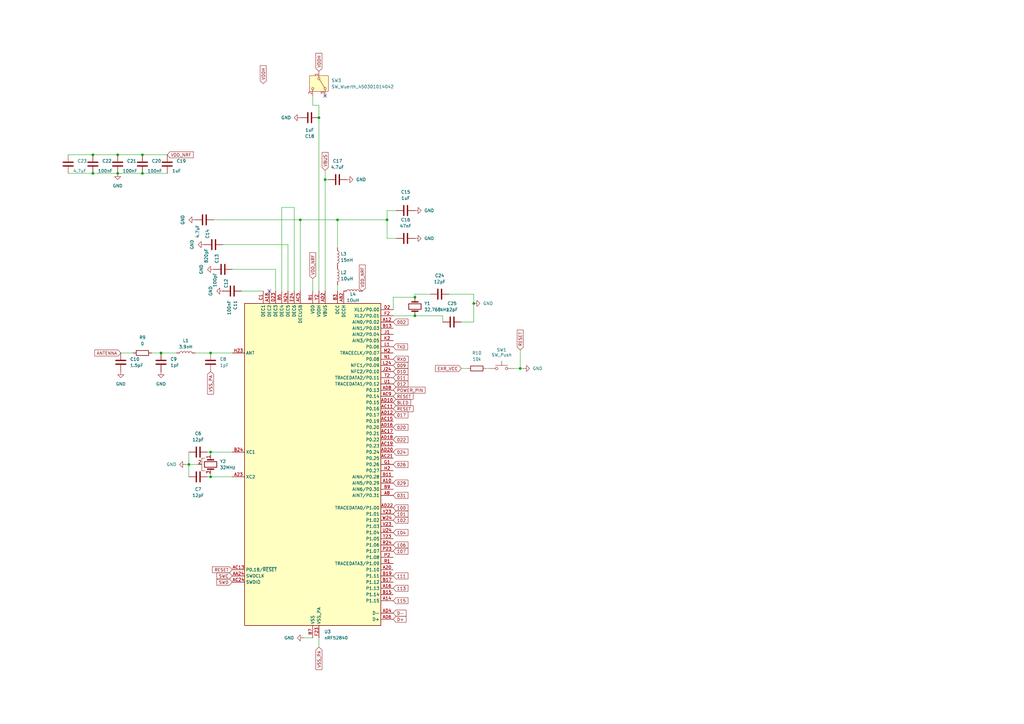
<source format=kicad_sch>
(kicad_sch (version 20250114) (generator "eeschema") (generator_version "9.0")
  (paper "A3")
  (lib_symbols
    (symbol "Device:C" (pin_numbers (hide yes)) (pin_names (offset 0.254))
      (property "Reference" "C" (at 0.635 2.54 0))
      (property "Value" "C" (at 0.635 -2.54 0))
      (symbol "C_0_1"
        (polyline (pts (xy -2.032 0.762) (xy 2.032 0.762)) (stroke (width 0.508)))
        (polyline (pts (xy -2.032 -0.762) (xy 2.032 -0.762)) (stroke (width 0.508)))
      )
      (symbol "C_1_1"
        (pin passive line (at 0 3.81 270) (length 2.794) (name "~") (number "1"))
        (pin passive line (at 0 -3.81 90) (length 2.794) (name "~") (number "2"))
      )
    )
    (symbol "Device:Crystal" (pin_numbers (hide yes)) (pin_names (offset 1.016) (hide yes))
      (property "Reference" "Y" (at 0 3.81 0))
      (property "Value" "Crystal" (at 0 -3.81 0))
      (symbol "Crystal_0_1"
        (polyline (pts (xy -2.54 0) (xy -1.905 0)))
        (polyline (pts (xy -1.905 -1.27) (xy -1.905 1.27)) (stroke (width 0.508)))
        (rectangle (start -1.143 2.54) (end 1.143 -2.54) (stroke (width 0.3048)))
        (polyline (pts (xy 1.905 -1.27) (xy 1.905 1.27)) (stroke (width 0.508)))
        (polyline (pts (xy 2.54 0) (xy 1.905 0)))
      )
      (symbol "Crystal_1_1"
        (pin passive line (at -3.81 0 0) (length 1.27) (name "1") (number "1"))
        (pin passive line (at 3.81 0 180) (length 1.27) (name "2") (number "2"))
      )
    )
    (symbol "Device:Crystal_GND2" (pin_names (offset 1.016) (hide yes))
      (property "Reference" "Y" (at 0 5.715 0))
      (property "Value" "Crystal_GND2" (at 0 3.81 0))
      (symbol "Crystal_GND2_0_1"
        (polyline (pts (xy -2.54 0) (xy -1.905 0)))
        (polyline (pts (xy -2.54 -2.286) (xy -2.54 -3.556) (xy 2.54 -3.556) (xy 2.54 -2.286)))
        (polyline (pts (xy -1.905 -1.27) (xy -1.905 1.27)) (stroke (width 0.508)))
        (rectangle (start -1.143 2.54) (end 1.143 -2.54) (stroke (width 0.3048)))
        (polyline (pts (xy 0 -3.81) (xy 0 -3.556)))
        (polyline (pts (xy 1.905 1.27) (xy 1.905 -1.27)) (stroke (width 0.508)))
        (polyline (pts (xy 1.905 0) (xy 2.54 0)))
      )
      (symbol "Crystal_GND2_1_1"
        (pin passive line (at -3.81 0 0) (length 1.27) (name "1") (number "1"))
        (pin passive line (at 0 -5.08 90) (length 1.27) (name "2") (number "2"))
        (pin passive line (at 3.81 0 180) (length 1.27) (name "3") (number "3"))
      )
    )
    (symbol "Device:L" (pin_numbers (hide yes)) (pin_names (offset 1.016) (hide yes))
      (property "Reference" "L" (at -1.27 0 90))
      (property "Value" "L" (at 1.905 0 90))
      (symbol "L_0_1"
        (arc (start 0 2.54) (mid 0.6323 1.905) (end 0 1.27))
        (arc (start 0 1.27) (mid 0.6323 0.635) (end 0 0))
        (arc (start 0 0) (mid 0.6323 -0.635) (end 0 -1.27))
        (arc (start 0 -1.27) (mid 0.6323 -1.905) (end 0 -2.54))
      )
      (symbol "L_1_1"
        (pin passive line (at 0 3.81 270) (length 1.27) (name "1") (number "1"))
        (pin passive line (at 0 -3.81 90) (length 1.27) (name "2") (number "2"))
      )
    )
    (symbol "MCU_Nordic:nRF52840"
      (property "Reference" "U" (at 0 5.08 0))
      (property "Value" "nRF52840" (at 0 2.54 0))
      (symbol "nRF52840_0_1"
        (rectangle (start -27.94 66.04) (end 27.94 -66.04) (stroke (width 0.254)) (fill (type background)))
      )
      (symbol "nRF52840_1_1"
        (pin passive line (at -33.02 45.72 0) (length 5.08) (name "ANT") (number "H23"))
        (pin input line (at -33.02 5.08 0) (length 5.08) (name "XC1") (number "B24"))
        (pin input line (at -33.02 -5.08 0) (length 5.08) (name "XC2") (number "A23"))
        (pin bidirectional line (at -33.02 -43.18 0) (length 5.08) (name "P0.18/~{RESET}") (number "AC13"))
        (pin input line (at -33.02 -45.72 0) (length 5.08) (name "SWDCLK") (number "AA24"))
        (pin bidirectional line (at -33.02 -48.26 0) (length 5.08) (name "SWDIO") (number "AC24"))
        (pin passive line (at -20.32 71.12 270) (length 5.08) (name "DEC1") (number "C1"))
        (pin passive line (at -17.78 71.12 270) (length 5.08) (name "DEC2") (number "A18"))
        (pin passive line (at -15.24 71.12 270) (length 5.08) (name "DEC3") (number "D23"))
        (pin passive line (at -12.7 71.12 270) (length 5.08) (name "DEC4") (number "B5"))
        (pin passive line (at -10.16 71.12 270) (length 5.08) (name "DEC5") (number "N24"))
        (pin passive line (at -7.62 71.12 270) (length 5.08) (name "DEC6") (number "E24"))
        (pin passive line (at -5.08 71.12 270) (length 5.08) (name "DECUSB") (number "AC5"))
        (pin passive line (at 0 71.12 270) (length 5.08) (hide yes) (name "VDD") (number "A22"))
        (pin passive line (at 0 71.12 270) (length 5.08) (hide yes) (name "VDD") (number "AD14"))
        (pin passive line (at 0 71.12 270) (length 5.08) (hide yes) (name "VDD") (number "AD23"))
        (pin power_in line (at 0 71.12 270) (length 5.08) (name "VDD") (number "B1"))
        (pin passive line (at 0 71.12 270) (length 5.08) (hide yes) (name "VDD") (number "W1"))
        (pin power_in line (at 0 -71.12 90) (length 5.08) (name "VSS") (number "B7"))
        (pin passive line (at 0 -71.12 90) (length 5.08) (hide yes) (name "VSS") (number "EP"))
        (pin power_in line (at 2.54 71.12 270) (length 5.08) (name "VDDH") (number "Y2"))
        (pin power_in line (at 2.54 -71.12 90) (length 5.08) (name "VSS_PA") (number "F23"))
        (pin power_in line (at 5.08 71.12 270) (length 5.08) (name "VBUS") (number "AD2"))
        (pin power_out line (at 10.16 71.12 270) (length 5.08) (name "DCC") (number "B3"))
        (pin power_out line (at 12.7 71.12 270) (length 5.08) (name "DCCH") (number "AB2"))
        (pin bidirectional line (at 33.02 63.5 180) (length 5.08) (name "XL1/P0.00") (number "D2"))
        (pin bidirectional line (at 33.02 60.96 180) (length 5.08) (name "XL2/P0.01") (number "F2"))
        (pin bidirectional line (at 33.02 58.42 180) (length 5.08) (name "AIN0/P0.02") (number "A12"))
        (pin bidirectional line (at 33.02 55.88 180) (length 5.08) (name "AIN1/P0.03") (number "B13"))
        (pin bidirectional line (at 33.02 53.34 180) (length 5.08) (name "AIN2/P0.04") (number "J1"))
        (pin bidirectional line (at 33.02 50.8 180) (length 5.08) (name "AIN3/P0.05") (number "K2"))
        (pin bidirectional line (at 33.02 48.26 180) (length 5.08) (name "P0.06") (number "L1"))
        (pin bidirectional line (at 33.02 45.72 180) (length 5.08) (name "TRACECLK/P0.07") (number "M2"))
        (pin bidirectional line (at 33.02 43.18 180) (length 5.08) (name "P0.08") (number "N1"))
        (pin bidirectional line (at 33.02 40.64 180) (length 5.08) (name "NFC1/P0.09") (number "L24"))
        (pin bidirectional line (at 33.02 38.1 180) (length 5.08) (name "NFC2/P0.10") (number "J24"))
        (pin bidirectional line (at 33.02 35.56 180) (length 5.08) (name "TRACEDATA2/P0.11") (number "T2"))
        (pin bidirectional line (at 33.02 33.02 180) (length 5.08) (name "TRACEDATA1/P0.12") (number "U1"))
        (pin bidirectional line (at 33.02 30.48 180) (length 5.08) (name "P0.13") (number "AD8"))
        (pin bidirectional line (at 33.02 27.94 180) (length 5.08) (name "P0.14") (number "AC9"))
        (pin bidirectional line (at 33.02 25.4 180) (length 5.08) (name "P0.15") (number "AD10"))
        (pin bidirectional line (at 33.02 22.86 180) (length 5.08) (name "P0.16") (number "AC11"))
        (pin bidirectional line (at 33.02 20.32 180) (length 5.08) (name "P0.17") (number "AD12"))
        (pin bidirectional line (at 33.02 17.78 180) (length 5.08) (name "P0.19") (number "AC15"))
        (pin bidirectional line (at 33.02 15.24 180) (length 5.08) (name "P0.20") (number "AD16"))
        (pin bidirectional line (at 33.02 12.7 180) (length 5.08) (name "P0.21") (number "AC17"))
        (pin bidirectional line (at 33.02 10.16 180) (length 5.08) (name "P0.22") (number "AD18"))
        (pin bidirectional line (at 33.02 7.62 180) (length 5.08) (name "P0.23") (number "AC19"))
        (pin bidirectional line (at 33.02 5.08 180) (length 5.08) (name "P0.24") (number "AD20"))
        (pin bidirectional line (at 33.02 2.54 180) (length 5.08) (name "P0.25") (number "AC21"))
        (pin bidirectional line (at 33.02 0 180) (length 5.08) (name "P0.26") (number "G1"))
        (pin bidirectional line (at 33.02 -2.54 180) (length 5.08) (name "P0.27") (number "H2"))
        (pin bidirectional line (at 33.02 -5.08 180) (length 5.08) (name "AIN4/P0.28") (number "B11"))
        (pin bidirectional line (at 33.02 -7.62 180) (length 5.08) (name "AIN5/P0.29") (number "A10"))
        (pin bidirectional line (at 33.02 -10.16 180) (length 5.08) (name "AIN6/P0.30") (number "B9"))
        (pin bidirectional line (at 33.02 -12.7 180) (length 5.08) (name "AIN7/P0.31") (number "A8"))
        (pin bidirectional line (at 33.02 -17.78 180) (length 5.08) (name "TRACEDATA0/P1.00") (number "AD22"))
        (pin bidirectional line (at 33.02 -20.32 180) (length 5.08) (name "P1.01") (number "Y23"))
        (pin bidirectional line (at 33.02 -22.86 180) (length 5.08) (name "P1.02") (number "W24"))
        (pin bidirectional line (at 33.02 -25.4 180) (length 5.08) (name "P1.03") (number "V23"))
        (pin bidirectional line (at 33.02 -27.94 180) (length 5.08) (name "P1.04") (number "U24"))
        (pin bidirectional line (at 33.02 -30.48 180) (length 5.08) (name "P1.05") (number "T23"))
        (pin bidirectional line (at 33.02 -33.02 180) (length 5.08) (name "P1.06") (number "R24"))
        (pin bidirectional line (at 33.02 -35.56 180) (length 5.08) (name "P1.07") (number "P23"))
        (pin bidirectional line (at 33.02 -38.1 180) (length 5.08) (name "P1.08") (number "P2"))
        (pin bidirectional line (at 33.02 -40.64 180) (length 5.08) (name "TRACEDATA3/P1.09") (number "R1"))
        (pin bidirectional line (at 33.02 -43.18 180) (length 5.08) (name "P1.10") (number "A20"))
        (pin bidirectional line (at 33.02 -45.72 180) (length 5.08) (name "P1.11") (number "B19"))
        (pin bidirectional line (at 33.02 -48.26 180) (length 5.08) (name "P1.12") (number "B17"))
        (pin bidirectional line (at 33.02 -50.8 180) (length 5.08) (name "P1.13") (number "A16"))
        (pin bidirectional line (at 33.02 -53.34 180) (length 5.08) (name "P1.14") (number "B15"))
        (pin bidirectional line (at 33.02 -55.88 180) (length 5.08) (name "P1.15") (number "A14"))
        (pin bidirectional line (at 33.02 -60.96 180) (length 5.08) (name "D-") (number "AD4"))
        (pin bidirectional line (at 33.02 -63.5 180) (length 5.08) (name "D+") (number "AD6"))
      )
    )
    (symbol "ScottoKeebs:Placeholder_Resistor" (pin_numbers (hide yes)) (pin_names (offset 0))
      (property "Reference" "R" (at 0 2.032 0))
      (property "Value" "Resistor" (at 0 -2.54 0))
      (symbol "Placeholder_Resistor_0_1"
        (rectangle (start 2.54 -1.016) (end -2.54 1.016) (stroke (width 0.254)))
      )
      (symbol "Placeholder_Resistor_1_1"
        (pin passive line (at -3.81 0 0) (length 1.27) (name "~") (number "1"))
        (pin passive line (at 3.81 0 180) (length 1.27) (name "~") (number "2"))
      )
    )
    (symbol "Switch:SW_Push" (pin_numbers (hide yes)) (pin_names (offset 1.016) (hide yes))
      (property "Reference" "SW" (at 1.27 2.54 0))
      (property "Value" "SW_Push" (at 0 -1.524 0))
      (symbol "SW_Push_0_1"
        (circle (center -2.032 0) (radius 0.508))
        (polyline (pts (xy 0 1.27) (xy 0 3.048)))
        (circle (center 2.032 0) (radius 0.508))
        (polyline (pts (xy 2.54 1.27) (xy -2.54 1.27)))
        (pin passive line (at -5.08 0 0) (length 2.54) (name "1") (number "1"))
        (pin passive line (at 5.08 0 180) (length 2.54) (name "2") (number "2"))
      )
    )
    (symbol "Switch:SW_Wuerth_450301014042" (pin_names (offset 1) (hide yes))
      (property "Reference" "SW" (at 0 5.08 0))
      (property "Value" "SW_Wuerth_450301014042" (at 0 -5.08 0))
      (symbol "SW_Wuerth_450301014042_0_1"
        (circle (center -2.032 0) (radius 0.4572))
        (polyline (pts (xy -1.651 0.254) (xy 1.651 2.286)))
        (circle (center 2.032 2.54) (radius 0.4572))
        (circle (center 2.032 -2.54) (radius 0.4572))
      )
      (symbol "SW_Wuerth_450301014042_1_1"
        (rectangle (start -3.175 3.81) (end 3.175 -3.81) (fill (type background)))
        (pin passive line (at -5.08 0 0) (length 2.54) (name "B") (number "1"))
        (pin passive line (at 5.08 2.54 180) (length 2.54) (name "A") (number "3"))
        (pin passive line (at 5.08 -2.54 180) (length 2.54) (name "C") (number "2"))
      )
    )
    (symbol "power:GND" (power) (pin_numbers (hide yes)) (pin_names (offset 0) (hide yes))
      (property "Value" "GND" (at 0 -3.81 0))
      (symbol "GND_0_1"
        (polyline (pts (xy 0 0) (xy 0 -1.27) (xy 1.27 -1.27) (xy 0 -2.54) (xy -1.27 -1.27) (xy 0 -1.27)))
      )
      (symbol "GND_1_1"
        (pin power_in line (at 0 0 270) (length 0) (name "~") (number "1"))
      )
    )
  )
  (junction (at 66.04 144.78))
  (junction (at 170.18 129.54))
  (junction (at 170.18 121.92))
  (junction (at 38.1 63.5))
  (junction (at 86.36 144.78))
  (junction (at 77.47 190.5))
  (junction (at 194.31 124.46))
  (junction (at 48.26 71.12))
  (junction (at 130.81 48.26))
  (junction (at 48.26 63.5))
  (junction (at 123.19 90.17))
  (junction (at 86.36 195.58))
  (junction (at 133.35 73.66))
  (junction (at 58.42 63.5))
  (junction (at 213.36 151.13))
  (junction (at 138.43 90.17))
  (junction (at 86.36 185.42))
  (junction (at 58.42 71.12))
  (junction (at 158.75 90.17))
  (junction (at 38.1 71.12))
  (no_connect (at 110.49 119.38))
  (no_connect (at 133.35 39.37))
  (wire (pts (xy 95.25 185.42) (xy 86.36 185.42)))
  (wire (pts (xy 77.47 185.42) (xy 77.47 190.5)))
  (wire (pts (xy 123.19 119.38) (xy 123.19 90.17)))
  (wire (pts (xy 189.23 151.13) (xy 191.77 151.13)))
  (wire (pts (xy 158.75 86.36) (xy 162.56 86.36)))
  (wire (pts (xy 138.43 90.17) (xy 158.75 90.17)))
  (wire (pts (xy 58.42 71.12) (xy 68.58 71.12)))
  (wire (pts (xy 113.03 110.49) (xy 95.25 110.49)))
  (wire (pts (xy 130.81 261.62) (xy 130.81 265.43)))
  (wire (pts (xy 118.11 100.33) (xy 91.44 100.33)))
  (wire (pts (xy 161.29 127) (xy 161.29 121.92)))
  (wire (pts (xy 158.75 97.79) (xy 162.56 97.79)))
  (wire (pts (xy 130.81 48.26) (xy 130.81 119.38)))
  (wire (pts (xy 210.82 151.13) (xy 213.36 151.13)))
  (wire (pts (xy 38.1 71.12) (xy 48.26 71.12)))
  (wire (pts (xy 113.03 110.49) (xy 113.03 119.38)))
  (wire (pts (xy 158.75 90.17) (xy 158.75 86.36)))
  (wire (pts (xy 115.57 119.38) (xy 115.57 85.09)))
  (wire (pts (xy 138.43 90.17) (xy 138.43 101.6)))
  (wire (pts (xy 99.06 119.38) (xy 107.95 119.38)))
  (wire (pts (xy 85.09 195.58) (xy 86.36 195.58)))
  (wire (pts (xy 184.15 120.65) (xy 194.31 120.65)))
  (wire (pts (xy 133.35 69.85) (xy 133.35 73.66)))
  (wire (pts (xy 170.18 120.65) (xy 176.53 120.65)))
  (wire (pts (xy 128.27 43.18) (xy 130.81 43.18)))
  (wire (pts (xy 76.2 190.5) (xy 77.47 190.5)))
  (wire (pts (xy 124.46 261.62) (xy 128.27 261.62)))
  (wire (pts (xy 161.29 129.54) (xy 170.18 129.54)))
  (wire (pts (xy 120.65 85.09) (xy 120.65 119.38)))
  (wire (pts (xy 130.81 43.18) (xy 130.81 48.26)))
  (wire (pts (xy 123.19 90.17) (xy 138.43 90.17)))
  (wire (pts (xy 38.1 63.5) (xy 48.26 63.5)))
  (wire (pts (xy 158.75 90.17) (xy 158.75 97.79)))
  (wire (pts (xy 118.11 119.38) (xy 118.11 100.33)))
  (wire (pts (xy 199.39 151.13) (xy 200.66 151.13)))
  (wire (pts (xy 86.36 185.42) (xy 86.36 186.69)))
  (wire (pts (xy 77.47 190.5) (xy 77.47 195.58)))
  (wire (pts (xy 58.42 63.5) (xy 68.58 63.5)))
  (wire (pts (xy 49.53 144.78) (xy 54.61 144.78)))
  (wire (pts (xy 115.57 85.09) (xy 120.65 85.09)))
  (wire (pts (xy 194.31 132.08) (xy 194.31 124.46)))
  (wire (pts (xy 62.23 144.78) (xy 66.04 144.78)))
  (wire (pts (xy 86.36 144.78) (xy 95.25 144.78)))
  (wire (pts (xy 27.94 63.5) (xy 38.1 63.5)))
  (wire (pts (xy 213.36 151.13) (xy 214.63 151.13)))
  (wire (pts (xy 128.27 114.3) (xy 128.27 119.38)))
  (wire (pts (xy 213.36 143.51) (xy 213.36 151.13)))
  (wire (pts (xy 66.04 144.78) (xy 72.39 144.78)))
  (wire (pts (xy 170.18 129.54) (xy 181.61 129.54)))
  (wire (pts (xy 86.36 195.58) (xy 95.25 195.58)))
  (wire (pts (xy 27.94 71.12) (xy 38.1 71.12)))
  (wire (pts (xy 128.27 39.37) (xy 128.27 43.18)))
  (wire (pts (xy 48.26 71.12) (xy 58.42 71.12)))
  (wire (pts (xy 161.29 121.92) (xy 170.18 121.92)))
  (wire (pts (xy 181.61 129.54) (xy 181.61 132.08)))
  (wire (pts (xy 134.62 73.66) (xy 133.35 73.66)))
  (wire (pts (xy 80.01 144.78) (xy 86.36 144.78)))
  (wire (pts (xy 77.47 190.5) (xy 81.28 190.5)))
  (wire (pts (xy 86.36 195.58) (xy 86.36 194.31)))
  (wire (pts (xy 138.43 116.84) (xy 138.43 119.38)))
  (wire (pts (xy 189.23 132.08) (xy 194.31 132.08)))
  (wire (pts (xy 123.19 90.17) (xy 87.63 90.17)))
  (wire (pts (xy 133.35 73.66) (xy 133.35 119.38)))
  (wire (pts (xy 48.26 63.5) (xy 58.42 63.5)))
  (wire (pts (xy 85.09 185.42) (xy 86.36 185.42)))
  (wire (pts (xy 194.31 120.65) (xy 194.31 124.46)))
  (wire (pts (xy 170.18 120.65) (xy 170.18 121.92)))
  (global_label "RESET" (shape input) (at 161.29 162.56 0) (property "Intersheetrefs" "${INTERSHEET_REFS}" (effects (hide yes))))
  (global_label "VSS_PA" (shape input) (at 130.81 265.43 270) (property "Intersheetrefs" "${INTERSHEET_REFS}" (effects (hide yes))))
  (global_label "EXR_VCC" (shape input) (at 189.23 151.13 180) (property "Intersheetrefs" "${INTERSHEET_REFS}" (effects (hide yes))))
  (global_label "RXD" (shape input) (at 161.29 147.32 0) (property "Intersheetrefs" "${INTERSHEET_REFS}" (effects (hide yes))))
  (global_label "100" (shape input) (at 161.29 208.28 0) (property "Intersheetrefs" "${INTERSHEET_REFS}" (effects (hide yes))))
  (global_label "TXD" (shape input) (at 161.29 142.24 0) (property "Intersheetrefs" "${INTERSHEET_REFS}" (effects (hide yes))))
  (global_label "101" (shape input) (at 161.29 210.82 0) (property "Intersheetrefs" "${INTERSHEET_REFS}" (effects (hide yes))))
  (global_label "010" (shape input) (at 161.29 152.4 0) (property "Intersheetrefs" "${INTERSHEET_REFS}" (effects (hide yes))))
  (global_label "012" (shape input) (at 161.29 157.48 0) (property "Intersheetrefs" "${INTERSHEET_REFS}" (effects (hide yes))))
  (global_label "002" (shape input) (at 161.29 132.08 0) (property "Intersheetrefs" "${INTERSHEET_REFS}" (effects (hide yes))))
  (global_label "107" (shape input) (at 161.29 226.06 0) (property "Intersheetrefs" "${INTERSHEET_REFS}" (effects (hide yes))))
  (global_label "VSS_PA" (shape input) (at 86.36 152.4 270) (property "Intersheetrefs" "${INTERSHEET_REFS}" (effects (hide yes))))
  (global_label "024" (shape input) (at 161.29 185.42 0) (property "Intersheetrefs" "${INTERSHEET_REFS}" (effects (hide yes))))
  (global_label "VDDH" (shape input) (at 130.81 29.21 90) (property "Intersheetrefs" "${INTERSHEET_REFS}" (effects (hide yes))))
  (global_label "026" (shape input) (at 161.29 190.5 0) (property "Intersheetrefs" "${INTERSHEET_REFS}" (effects (hide yes))))
  (global_label "022" (shape input) (at 161.29 180.34 0) (property "Intersheetrefs" "${INTERSHEET_REFS}" (effects (hide yes))))
  (global_label "RESET" (shape input) (at 161.29 167.64 0) (property "Intersheetrefs" "${INTERSHEET_REFS}" (effects (hide yes))))
  (global_label "VDD_NRF" (shape input) (at 148.59 119.38 90) (property "Intersheetrefs" "${INTERSHEET_REFS}" (effects (hide yes))))
  (global_label "111" (shape input) (at 161.29 236.22 0) (property "Intersheetrefs" "${INTERSHEET_REFS}" (effects (hide yes))))
  (global_label "VDDH" (shape input) (at 107.95 34.29 90) (property "Intersheetrefs" "${INTERSHEET_REFS}" (effects (hide yes))))
  (global_label "SWD" (shape input) (at 95.25 238.76 180) (property "Intersheetrefs" "${INTERSHEET_REFS}" (effects (hide yes))))
  (global_label "SWC" (shape input) (at 95.25 236.22 180) (property "Intersheetrefs" "${INTERSHEET_REFS}" (effects (hide yes))))
  (global_label "017" (shape input) (at 161.29 170.18 0) (property "Intersheetrefs" "${INTERSHEET_REFS}" (effects (hide yes))))
  (global_label "VDD_NRF" (shape input) (at 68.58 63.5 0) (property "Intersheetrefs" "${INTERSHEET_REFS}" (effects (hide yes))))
  (global_label "VBUS" (shape input) (at 133.35 69.85 90) (property "Intersheetrefs" "${INTERSHEET_REFS}" (effects (hide yes))))
  (global_label "113" (shape input) (at 161.29 241.3 0) (property "Intersheetrefs" "${INTERSHEET_REFS}" (effects (hide yes))))
  (global_label "104" (shape input) (at 161.29 218.44 0) (property "Intersheetrefs" "${INTERSHEET_REFS}" (effects (hide yes))))
  (global_label "009" (shape input) (at 161.29 149.86 0) (property "Intersheetrefs" "${INTERSHEET_REFS}" (effects (hide yes))))
  (global_label "102" (shape input) (at 161.29 213.36 0) (property "Intersheetrefs" "${INTERSHEET_REFS}" (effects (hide yes))))
  (global_label "031" (shape input) (at 161.29 203.2 0) (property "Intersheetrefs" "${INTERSHEET_REFS}" (effects (hide yes))))
  (global_label "106" (shape input) (at 161.29 223.52 0) (property "Intersheetrefs" "${INTERSHEET_REFS}" (effects (hide yes))))
  (global_label "D-" (shape input) (at 161.29 251.46 0) (property "Intersheetrefs" "${INTERSHEET_REFS}" (effects (hide yes))))
  (global_label "VDD_NRF" (shape input) (at 128.27 114.3 90) (property "Intersheetrefs" "${INTERSHEET_REFS}" (effects (hide yes))))
  (global_label "RESET" (shape input) (at 213.36 143.51 90) (property "Intersheetrefs" "${INTERSHEET_REFS}" (effects (hide yes))))
  (global_label "115" (shape input) (at 161.29 246.38 0) (property "Intersheetrefs" "${INTERSHEET_REFS}" (effects (hide yes))))
  (global_label "029" (shape input) (at 161.29 198.12 0) (property "Intersheetrefs" "${INTERSHEET_REFS}" (effects (hide yes))))
  (global_label "ANTENNA" (shape input) (at 49.53 144.78 180) (property "Intersheetrefs" "${INTERSHEET_REFS}" (effects (hide yes))))
  (global_label "RESET" (shape input) (at 95.25 233.68 180) (property "Intersheetrefs" "${INTERSHEET_REFS}" (effects (hide yes))))
  (global_label "011" (shape input) (at 161.29 154.94 0) (property "Intersheetrefs" "${INTERSHEET_REFS}" (effects (hide yes))))
  (global_label "D+" (shape input) (at 161.29 254 0) (property "Intersheetrefs" "${INTERSHEET_REFS}" (effects (hide yes))))
  (global_label "POWER_PIN" (shape input) (at 161.29 160.02 0) (property "Intersheetrefs" "${INTERSHEET_REFS}" (effects (hide yes))))
  (global_label "020" (shape input) (at 161.29 175.26 0) (property "Intersheetrefs" "${INTERSHEET_REFS}" (effects (hide yes))))
  (global_label "BLED" (shape input) (at 161.29 165.1 0) (property "Intersheetrefs" "${INTERSHEET_REFS}" (effects (hide yes))))
  (symbol (lib_id "Device:C") (at 66.04 148.59 180) (unit 1)
    (property "Reference" "C9" (at 69.85 147.3199 0) (effects (justify right)))
    (property "Value" "1pF" (at 69.85 149.8599 0) (effects (justify right)))
    (property "Description" "Unpolarized capacitor" (effects (hide yes)))
  )
  (symbol (lib_id "power:GND") (at 49.53 152.4 0) (unit 1)
    (property "Reference" "#PWR020" (effects (hide yes)))
    (property "Value" "GND" (at 49.53 157.48 0))
    (property "Description" "Power symbol creates a global label with name \"GND\" , ground" (effects (hide yes)))
  )
  (symbol (lib_id "Device:C") (at 127 48.26 90) (unit 1)
    (property "Reference" "C18" (at 127 55.88 90))
    (property "Value" "1uF" (at 127 53.34 90))
    (property "Description" "Unpolarized capacitor" (effects (hide yes)))
  )
  (symbol (lib_id "power:GND") (at 124.46 261.62 270) (unit 1)
    (property "Reference" "#PWR017" (effects (hide yes)))
    (property "Value" "GND" (at 120.65 261.6199 90) (effects (justify right)))
    (property "Description" "Power symbol creates a global label with name \"GND\" , ground" (effects (hide yes)))
  )
  (symbol (lib_id "Device:C") (at 58.42 67.31 180) (unit 1)
    (property "Reference" "C20" (at 62.23 66.0399 0) (effects (justify right)))
    (property "Value" "100nF" (at 60.452 70.104 0) (effects (justify right)))
    (property "Description" "Unpolarized capacitor" (effects (hide yes)))
  )
  (symbol (lib_id "Device:C") (at 49.53 148.59 180) (unit 1)
    (property "Reference" "C10" (at 53.34 147.3199 0) (effects (justify right)))
    (property "Value" "1.5pF" (at 53.34 149.8599 0) (effects (justify right)))
    (property "Description" "Unpolarized capacitor" (effects (hide yes)))
  )
  (symbol (lib_id "power:GND") (at 66.04 152.4 0) (unit 1)
    (property "Reference" "#PWR019" (effects (hide yes)))
    (property "Value" "GND" (at 66.04 157.48 0))
    (property "Description" "Power symbol creates a global label with name \"GND\" , ground" (effects (hide yes)))
  )
  (symbol (lib_id "Device:L") (at 76.2 144.78 90) (unit 1)
    (property "Reference" "L1" (at 76.2 139.7 90))
    (property "Value" "3.9nH" (at 76.2 142.24 90))
    (property "Description" "Inductor" (effects (hide yes)))
  )
  (symbol (lib_id "power:GND") (at 214.63 151.13 90) (unit 1)
    (property "Reference" "#PWR031" (effects (hide yes)))
    (property "Value" "GND" (at 218.44 151.1299 90) (effects (justify right)))
    (property "Description" "Power symbol creates a global label with name \"GND\" , ground" (effects (hide yes)))
  )
  (symbol (lib_id "power:GND") (at 48.26 71.12 0) (unit 1)
    (property "Reference" "#PWR029" (effects (hide yes)))
    (property "Value" "GND" (at 48.26 76.2 0))
    (property "Description" "Power symbol creates a global label with name \"GND\" , ground" (effects (hide yes)))
  )
  (symbol (lib_id "power:GND") (at 87.63 110.49 270) (unit 1)
    (property "Reference" "#PWR022" (effects (hide yes)))
    (property "Value" "GND" (at 82.55 110.49 0))
    (property "Description" "Power symbol creates a global label with name \"GND\" , ground" (effects (hide yes)))
  )
  (symbol (lib_id "MCU_Nordic:nRF52840") (at 128.27 190.5 0) (unit 1)
    (property "Reference" "U3" (at 132.9533 259.08 0) (effects (justify left)))
    (property "Value" "nRF52840" (at 132.9533 261.62 0) (effects (justify left)))
    (property "Footprint" "Package_DFN_QFN:Nordic_AQFN-73-1EP_7x7mm_P0.5mm" (effects (hide yes)))
    (property "Datasheet" "http://infocenter.nordicsemi.com/topic/com.nordic.infocenter.nrf52/dita/nrf52/chips/nrf52840.html" (effects (hide yes)))
    (property "Description" "Multiprotocol BLE/ANT/2.4 GHz/802.15.4 Cortex-M4F SoC, AQFN-73" (effects (hide yes)))
  )
  (symbol (lib_id "Device:L") (at 138.43 105.41 0) (unit 1)
    (property "Reference" "L3" (at 139.7 104.1399 0) (effects (justify left)))
    (property "Value" "15nH" (at 139.7 106.6799 0) (effects (justify left)))
    (property "Description" "Inductor" (effects (hide yes)))
  )
  (symbol (lib_id "Device:C") (at 185.42 132.08 270) (unit 1)
    (property "Reference" "C25" (at 185.42 124.46 90))
    (property "Value" "12pF" (at 185.42 127 90))
    (property "Description" "Unpolarized capacitor" (effects (hide yes)))
  )
  (symbol (lib_id "power:GND") (at 76.2 190.5 270) (unit 1)
    (property "Reference" "#PWR018" (effects (hide yes)))
    (property "Value" "GND" (at 72.39 190.4999 90) (effects (justify right)))
    (property "Description" "Power symbol creates a global label with name \"GND\" , ground" (effects (hide yes)))
  )
  (symbol (lib_id "power:GND") (at 194.31 124.46 90) (unit 1)
    (property "Reference" "#PWR030" (effects (hide yes)))
    (property "Value" "GND" (at 198.12 124.4599 90) (effects (justify right)))
    (property "Description" "Power symbol creates a global label with name \"GND\" , ground" (effects (hide yes)))
  )
  (symbol (lib_id "ScottoKeebs:Placeholder_Resistor") (at 58.42 144.78 0) (unit 1)
    (property "Reference" "R9" (at 58.42 138.43 0))
    (property "Value" "0" (at 58.42 140.97 0))
    (property "Description" "Resistor" (effects (hide yes)))
  )
  (symbol (lib_id "power:GND") (at 170.18 97.79 90) (unit 1)
    (property "Reference" "#PWR026" (effects (hide yes)))
    (property "Value" "GND" (at 173.99 97.7899 90) (effects (justify right)))
    (property "Description" "Power symbol creates a global label with name \"GND\" , ground" (effects (hide yes)))
  )
  (symbol (lib_id "power:GND") (at 80.01 90.17 270) (unit 1)
    (property "Reference" "#PWR024" (effects (hide yes)))
    (property "Value" "GND" (at 74.93 90.17 0))
    (property "Description" "Power symbol creates a global label with name \"GND\" , ground" (effects (hide yes)))
  )
  (symbol (lib_id "Switch:SW_Wuerth_450301014042") (at 130.81 34.29 270) (unit 1)
    (property "Reference" "SW3" (at 135.89 33.0199 90) (effects (justify left)))
    (property "Value" "SW_Wuerth_450301014042" (at 135.89 35.5599 90) (effects (justify left)))
    (property "Footprint" "Button_Switch_THT:SW_Slide-03_Wuerth-WS-SLTV_10x2.5x6.4_P2.54mm" (effects (hide yes)))
    (property "Datasheet" "https://www.we-online.com/components/products/datasheet/450301014042.pdf" (effects (hide yes)))
    (property "Description" "Switch slide, single pole double throw" (effects (hide yes)))
  )
  (symbol (lib_id "Device:C") (at 166.37 97.79 270) (unit 1)
    (property "Reference" "C16" (at 166.37 90.17 90))
    (property "Value" "47nF" (at 166.37 92.71 90))
    (property "Description" "Unpolarized capacitor" (effects (hide yes)))
  )
  (symbol (lib_id "Device:L") (at 144.78 119.38 90) (unit 1)
    (property "Reference" "L4" (at 144.78 120.65 90))
    (property "Value" "1OuH" (at 144.78 123.19 90))
    (property "Description" "Inductor" (effects (hide yes)))
  )
  (symbol (lib_id "Device:Crystal_GND2") (at 86.36 190.5 270) (unit 1)
    (property "Reference" "Y2" (at 90.17 189.2299 90) (effects (justify left)))
    (property "Value" "32MHz" (at 90.17 191.7699 90) (effects (justify left)))
    (property "Description" "Three pin crystal, GND on pin 2" (effects (hide yes)))
  )
  (symbol (lib_id "Device:L") (at 138.43 113.03 0) (unit 1)
    (property "Reference" "L2" (at 139.7 111.7599 0) (effects (justify left)))
    (property "Value" "1OuH" (at 139.7 114.2999 0) (effects (justify left)))
    (property "Description" "Inductor" (effects (hide yes)))
  )
  (symbol (lib_id "Device:C") (at 81.28 195.58 90) (unit 1)
    (property "Reference" "C7" (at 81.28 200.66 90))
    (property "Value" "12pF" (at 81.28 203.2 90))
    (property "Description" "Unpolarized capacitor" (effects (hide yes)))
  )
  (symbol (lib_id "Device:C") (at 87.63 100.33 90) (unit 1)
    (property "Reference" "C13" (at 88.9001 104.14 0) (effects (justify right)))
    (property "Value" "820pF" (at 84.582 101.854 0) (effects (justify right)))
    (property "Description" "Unpolarized capacitor" (effects (hide yes)))
  )
  (symbol (lib_id "ScottoKeebs:Placeholder_Resistor") (at 195.58 151.13 180) (unit 1)
    (property "Reference" "R10" (at 195.58 144.78 0))
    (property "Value" "10k" (at 195.58 147.32 0))
    (property "Description" "Resistor" (effects (hide yes)))
  )
  (symbol (lib_id "power:GND") (at 170.18 86.36 90) (unit 1)
    (property "Reference" "#PWR025" (effects (hide yes)))
    (property "Value" "GND" (at 173.99 86.3599 90) (effects (justify right)))
    (property "Description" "Power symbol creates a global label with name \"GND\" , ground" (effects (hide yes)))
  )
  (symbol (lib_id "Device:C") (at 95.25 119.38 90) (unit 1)
    (property "Reference" "C11" (at 96.5201 123.19 0) (effects (justify right)))
    (property "Value" "100nF" (at 93.9801 123.19 0) (effects (justify right)))
    (property "Description" "Unpolarized capacitor" (effects (hide yes)))
  )
  (symbol (lib_id "Device:Crystal") (at 170.18 125.73 90) (unit 1)
    (property "Reference" "Y1" (at 173.99 124.4599 90) (effects (justify right)))
    (property "Value" "32,768kHz" (at 173.99 126.9999 90) (effects (justify right)))
    (property "Description" "Two pin crystal" (effects (hide yes)))
  )
  (symbol (lib_id "Device:C") (at 68.58 67.31 180) (unit 1)
    (property "Reference" "C19" (at 72.39 66.0399 0) (effects (justify right)))
    (property "Value" "1uF" (at 70.612 70.104 0) (effects (justify right)))
    (property "Description" "Unpolarized capacitor" (effects (hide yes)))
  )
  (symbol (lib_id "Device:C") (at 38.1 67.31 180) (unit 1)
    (property "Reference" "C22" (at 41.91 66.0399 0) (effects (justify right)))
    (property "Value" "100nF" (at 40.132 70.104 0) (effects (justify right)))
    (property "Description" "Unpolarized capacitor" (effects (hide yes)))
  )
  (symbol (lib_id "power:GND") (at 91.44 119.38 270) (unit 1)
    (property "Reference" "#PWR021" (effects (hide yes)))
    (property "Value" "GND" (at 86.36 119.38 0))
    (property "Description" "Power symbol creates a global label with name \"GND\" , ground" (effects (hide yes)))
  )
  (symbol (lib_id "Device:C") (at 166.37 86.36 270) (unit 1)
    (property "Reference" "C15" (at 166.37 78.74 90))
    (property "Value" "1uF" (at 166.37 81.28 90))
    (property "Description" "Unpolarized capacitor" (effects (hide yes)))
  )
  (symbol (lib_id "Device:C") (at 48.26 67.31 180) (unit 1)
    (property "Reference" "C21" (at 52.07 66.0399 0) (effects (justify right)))
    (property "Value" "100nF" (at 50.292 70.104 0) (effects (justify right)))
    (property "Description" "Unpolarized capacitor" (effects (hide yes)))
  )
  (symbol (lib_id "Device:C") (at 180.34 120.65 270) (unit 1)
    (property "Reference" "C24" (at 180.34 113.03 90))
    (property "Value" "12pF" (at 180.34 115.57 90))
    (property "Description" "Unpolarized capacitor" (effects (hide yes)))
  )
  (symbol (lib_id "Device:C") (at 81.28 185.42 90) (unit 1)
    (property "Reference" "C6" (at 81.28 177.8 90))
    (property "Value" "12pF" (at 81.28 180.34 90))
    (property "Description" "Unpolarized capacitor" (effects (hide yes)))
  )
  (symbol (lib_id "power:GND") (at 123.19 48.26 270) (unit 1)
    (property "Reference" "#PWR028" (effects (hide yes)))
    (property "Value" "GND" (at 119.38 48.2601 90) (effects (justify right)))
    (property "Description" "Power symbol creates a global label with name \"GND\" , ground" (effects (hide yes)))
  )
  (symbol (lib_id "power:GND") (at 142.24 73.66 90) (unit 1)
    (property "Reference" "#PWR027" (effects (hide yes)))
    (property "Value" "GND" (at 146.05 73.6599 90) (effects (justify right)))
    (property "Description" "Power symbol creates a global label with name \"GND\" , ground" (effects (hide yes)))
  )
  (symbol (lib_id "Device:C") (at 83.82 90.17 90) (unit 1)
    (property "Reference" "C14" (at 85.0901 93.98 0) (effects (justify right)))
    (property "Value" "4.7uF" (at 81.026 92.202 0) (effects (justify right)))
    (property "Description" "Unpolarized capacitor" (effects (hide yes)))
  )
  (symbol (lib_id "Device:C") (at 91.44 110.49 90) (unit 1)
    (property "Reference" "C12" (at 92.7101 114.3 0) (effects (justify right)))
    (property "Value" "100pF" (at 88.138 111.76 0) (effects (justify right)))
    (property "Description" "Unpolarized capacitor" (effects (hide yes)))
  )
  (symbol (lib_id "Device:C") (at 138.43 73.66 270) (unit 1)
    (property "Reference" "C17" (at 138.43 66.04 90))
    (property "Value" "4.7uF" (at 138.43 68.58 90))
    (property "Description" "Unpolarized capacitor" (effects (hide yes)))
  )
  (symbol (lib_id "Device:C") (at 86.36 148.59 180) (unit 1)
    (property "Reference" "C8" (at 90.17 147.3199 0) (effects (justify right)))
    (property "Value" "1pF" (at 90.17 149.8599 0) (effects (justify right)))
    (property "Description" "Unpolarized capacitor" (effects (hide yes)))
  )
  (symbol (lib_id "Switch:SW_Push") (at 205.74 151.13 0) (unit 1)
    (property "Reference" "SW1" (at 205.74 143.51 0))
    (property "Value" "SW_Push" (at 205.74 145.542 0))
    (property "Footprint" "ScottoKeebs_Components:Button_TL3342" (effects (hide yes)))
    (property "Description" "Push button switch, generic, two pins" (effects (hide yes)))
    (property "LCSC" "C115351" (effects (hide yes)))
  )
  (symbol (lib_id "Device:C") (at 27.94 67.31 180) (unit 1)
    (property "Reference" "C23" (at 31.75 66.0399 0) (effects (justify right)))
    (property "Value" "4.7uF" (at 29.972 70.104 0) (effects (justify right)))
    (property "Description" "Unpolarized capacitor" (effects (hide yes)))
  )
  (symbol (lib_id "power:GND") (at 83.82 100.33 270) (unit 1)
    (property "Reference" "#PWR023" (effects (hide yes)))
    (property "Value" "GND" (at 78.74 100.33 0))
    (property "Description" "Power symbol creates a global label with name \"GND\" , ground" (effects (hide yes)))
  )
)
</source>
